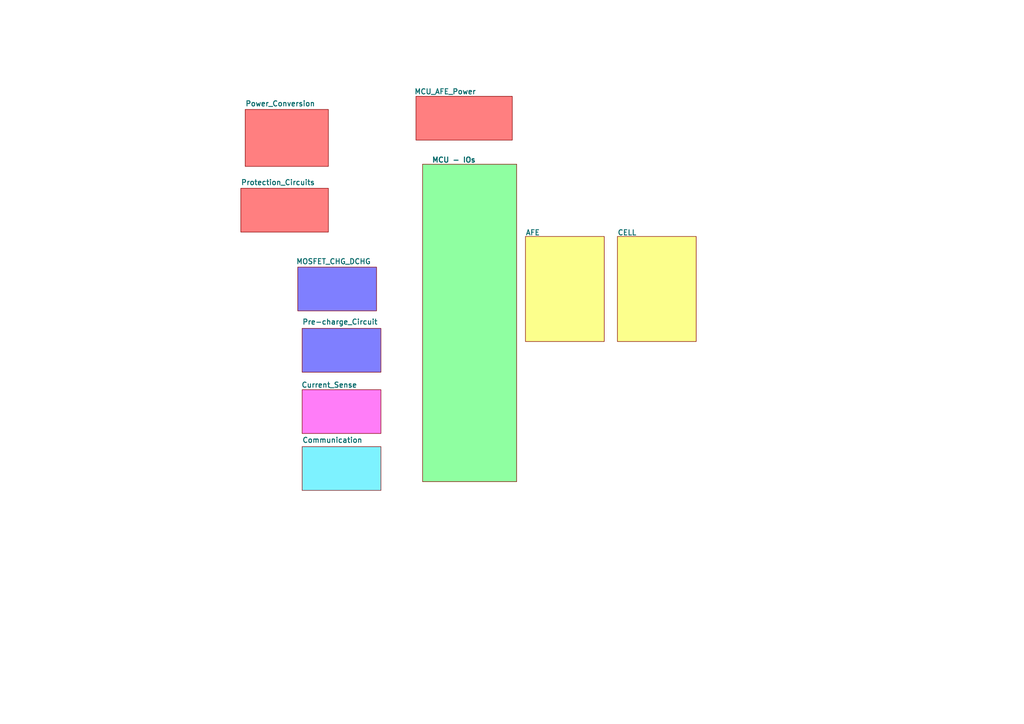
<source format=kicad_sch>
(kicad_sch
	(version 20231120)
	(generator "eeschema")
	(generator_version "8.0")
	(uuid "b678be35-210c-4e4d-a511-fb451429c780")
	(paper "A4")
	(title_block
		(title "Cell_Sentinel")
		(date "2024-09-03")
		(rev "1.0.0")
	)
	(lib_symbols)
	(sheet
		(at 87.63 95.25)
		(size 22.86 12.7)
		(stroke
			(width 0.1524)
			(type solid)
		)
		(fill
			(color 1 0 255 0.5020)
		)
		(uuid "036bd386-5ad2-41f6-a873-824417062775")
		(property "Sheetname" "Pre-charge_Circuit"
			(at 87.63 94.234 0)
			(effects
				(font
					(size 1.5 1.5)
					(thickness 0.254)
					(bold yes)
				)
				(justify left bottom)
			)
		)
		(property "Sheetfile" "Pre-charge_Circuit.kicad_sch"
			(at 87.63 108.5346 0)
			(effects
				(font
					(size 1.27 1.27)
				)
				(justify left top)
				(hide yes)
			)
		)
		(instances
			(project "BMS_Design"
				(path "/d3cbbc2c-48ef-45dd-b1b3-b57e1b62c15c/a6f6d1e1-9a1e-4a49-9157-1184d73c923a"
					(page "8")
				)
			)
		)
	)
	(sheet
		(at 152.4 68.58)
		(size 22.86 30.48)
		(stroke
			(width 0.1524)
			(type solid)
		)
		(fill
			(color 250 255 26 0.5000)
		)
		(uuid "3ba4dcbb-6b17-48b1-9055-15badbca1f49")
		(property "Sheetname" "AFE"
			(at 152.4 68.326 0)
			(effects
				(font
					(size 1.5 1.5)
					(thickness 0.254)
					(bold yes)
				)
				(justify left bottom)
			)
		)
		(property "Sheetfile" "AFE.kicad_sch"
			(at 152.4 81.8646 0)
			(effects
				(font
					(size 1.27 1.27)
				)
				(justify left top)
				(hide yes)
			)
		)
		(instances
			(project "BMS_Design"
				(path "/d3cbbc2c-48ef-45dd-b1b3-b57e1b62c15c/a6f6d1e1-9a1e-4a49-9157-1184d73c923a"
					(page "10")
				)
			)
		)
	)
	(sheet
		(at 120.65 27.94)
		(size 27.94 12.7)
		(stroke
			(width 0.1524)
			(type solid)
		)
		(fill
			(color 255 0 2 0.5020)
		)
		(uuid "4688f63c-0420-45a5-b8b5-dab23946bf72")
		(property "Sheetname" "MCU_AFE_Power"
			(at 120.142 27.432 0)
			(effects
				(font
					(size 1.5 1.5)
					(thickness 0.254)
					(bold yes)
				)
				(justify left bottom)
			)
		)
		(property "Sheetfile" "MCU_AFE_Power.kicad_sch"
			(at 120.65 41.2246 0)
			(effects
				(font
					(size 1.27 1.27)
				)
				(justify left top)
				(hide yes)
			)
		)
		(instances
			(project "BMS_Design"
				(path "/d3cbbc2c-48ef-45dd-b1b3-b57e1b62c15c/a6f6d1e1-9a1e-4a49-9157-1184d73c923a"
					(page "5")
				)
			)
		)
	)
	(sheet
		(at 87.63 113.03)
		(size 22.86 12.7)
		(stroke
			(width 0.1524)
			(type solid)
		)
		(fill
			(color 255 0 241 0.5100)
		)
		(uuid "74b0b822-3f93-490c-bbc8-547834eb32c3")
		(property "Sheetname" "Current_Sense"
			(at 87.376 112.522 0)
			(effects
				(font
					(size 1.5 1.5)
					(thickness 0.254)
					(bold yes)
				)
				(justify left bottom)
			)
		)
		(property "Sheetfile" "Current_Sense.kicad_sch"
			(at 87.63 126.3146 0)
			(effects
				(font
					(size 1.27 1.27)
				)
				(justify left top)
				(hide yes)
			)
		)
		(instances
			(project "BMS_Design"
				(path "/d3cbbc2c-48ef-45dd-b1b3-b57e1b62c15c/a6f6d1e1-9a1e-4a49-9157-1184d73c923a"
					(page "9")
				)
			)
		)
	)
	(sheet
		(at 69.85 54.61)
		(size 25.4 12.7)
		(fields_autoplaced yes)
		(stroke
			(width 0.1524)
			(type solid)
		)
		(fill
			(color 255 0 2 0.5020)
		)
		(uuid "7fa6ae44-528e-42f0-a759-3bdd8b7871aa")
		(property "Sheetname" "Protection_Circuits"
			(at 69.85 53.7834 0)
			(effects
				(font
					(size 1.5 1.5)
					(thickness 0.254)
					(bold yes)
				)
				(justify left bottom)
			)
		)
		(property "Sheetfile" "Protection_Circuits.kicad_sch"
			(at 69.85 67.8946 0)
			(effects
				(font
					(size 1.27 1.27)
				)
				(justify left top)
				(hide yes)
			)
		)
		(instances
			(project "BMS_Design"
				(path "/d3cbbc2c-48ef-45dd-b1b3-b57e1b62c15c/a6f6d1e1-9a1e-4a49-9157-1184d73c923a"
					(page "7")
				)
			)
		)
	)
	(sheet
		(at 122.555 47.625)
		(size 27.305 92.075)
		(stroke
			(width 0.1524)
			(type solid)
		)
		(fill
			(color 32 255 69 0.5000)
		)
		(uuid "b310bec9-7987-4ce7-bdd5-f50b75ad25e6")
		(property "Sheetname" "MCU - IOs"
			(at 125.222 47.244 0)
			(effects
				(font
					(size 1.5 1.5)
					(thickness 0.3)
					(bold yes)
				)
				(justify left bottom)
			)
		)
		(property "Sheetfile" "MCU.kicad_sch"
			(at 122.555 97.7396 0)
			(effects
				(font
					(size 1.27 1.27)
				)
				(justify left top)
				(hide yes)
			)
		)
		(instances
			(project "BMS_Design"
				(path "/d3cbbc2c-48ef-45dd-b1b3-b57e1b62c15c/a6f6d1e1-9a1e-4a49-9157-1184d73c923a"
					(page "3")
				)
			)
		)
	)
	(sheet
		(at 71.12 31.75)
		(size 24.13 16.51)
		(fields_autoplaced yes)
		(stroke
			(width 0.1524)
			(type solid)
		)
		(fill
			(color 255 0 2 0.5000)
		)
		(uuid "bd939308-044b-4693-a4fa-60bab888f8a5")
		(property "Sheetname" "Power_Conversion"
			(at 71.12 30.9234 0)
			(effects
				(font
					(size 1.5 1.5)
					(thickness 0.254)
					(bold yes)
				)
				(justify left bottom)
			)
		)
		(property "Sheetfile" "Power_Conversion.kicad_sch"
			(at 71.12 48.8446 0)
			(effects
				(font
					(size 1.27 1.27)
				)
				(justify left top)
				(hide yes)
			)
		)
		(instances
			(project "BMS_Design"
				(path "/d3cbbc2c-48ef-45dd-b1b3-b57e1b62c15c/a6f6d1e1-9a1e-4a49-9157-1184d73c923a"
					(page "4")
				)
			)
		)
	)
	(sheet
		(at 86.36 77.47)
		(size 22.86 12.7)
		(stroke
			(width 0.1524)
			(type solid)
		)
		(fill
			(color 1 0 255 0.5000)
		)
		(uuid "dd2a93e0-a961-4bb2-8ff5-6a87bcbf2a1a")
		(property "Sheetname" "MOSFET_CHG_DCHG"
			(at 85.852 76.708 0)
			(effects
				(font
					(size 1.5 1.5)
					(thickness 0.254)
					(bold yes)
				)
				(justify left bottom)
			)
		)
		(property "Sheetfile" "MOSFET_CHG_DCHG.kicad_sch"
			(at 86.36 90.7546 0)
			(effects
				(font
					(size 1.27 1.27)
				)
				(justify left top)
				(hide yes)
			)
		)
		(instances
			(project "BMS_Design"
				(path "/d3cbbc2c-48ef-45dd-b1b3-b57e1b62c15c/a6f6d1e1-9a1e-4a49-9157-1184d73c923a"
					(page "6")
				)
			)
		)
	)
	(sheet
		(at 87.63 129.54)
		(size 22.86 12.7)
		(stroke
			(width 0.1524)
			(type solid)
		)
		(fill
			(color 0 229 255 0.5100)
		)
		(uuid "e746087a-556a-4a54-bac1-2891b413254f")
		(property "Sheetname" "Communication"
			(at 87.63 128.524 0)
			(effects
				(font
					(size 1.5 1.5)
					(thickness 0.254)
					(bold yes)
				)
				(justify left bottom)
			)
		)
		(property "Sheetfile" "Communication.kicad_sch"
			(at 87.63 142.8246 0)
			(effects
				(font
					(size 1.27 1.27)
				)
				(justify left top)
				(hide yes)
			)
		)
		(instances
			(project "BMS_Design"
				(path "/d3cbbc2c-48ef-45dd-b1b3-b57e1b62c15c/a6f6d1e1-9a1e-4a49-9157-1184d73c923a"
					(page "12")
				)
			)
		)
	)
	(sheet
		(at 179.07 68.58)
		(size 22.86 30.48)
		(stroke
			(width 0.1524)
			(type solid)
		)
		(fill
			(color 250 255 26 0.5020)
		)
		(uuid "fc9c3072-a3aa-4da4-8e7a-b3e2cd797b1b")
		(property "Sheetname" "CELL"
			(at 179.07 68.326 0)
			(effects
				(font
					(size 1.5 1.5)
					(thickness 0.254)
					(bold yes)
				)
				(justify left bottom)
			)
		)
		(property "Sheetfile" "CELL_Input .kicad_sch"
			(at 179.07 81.8646 0)
			(effects
				(font
					(size 1.27 1.27)
				)
				(justify left top)
				(hide yes)
			)
		)
		(instances
			(project "BMS_Design"
				(path "/d3cbbc2c-48ef-45dd-b1b3-b57e1b62c15c/a6f6d1e1-9a1e-4a49-9157-1184d73c923a"
					(page "11")
				)
			)
		)
	)
)

</source>
